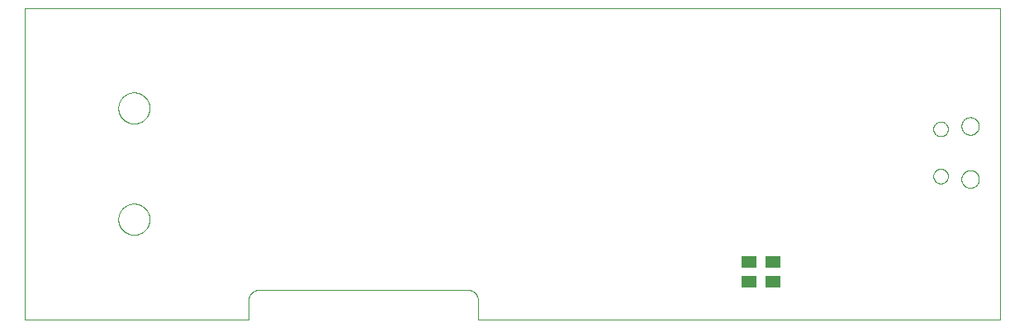
<source format=gbp>
G75*
%MOIN*%
%OFA0B0*%
%FSLAX25Y25*%
%IPPOS*%
%LPD*%
%AMOC8*
5,1,8,0,0,1.08239X$1,22.5*
%
%ADD10C,0.00000*%
%ADD11R,0.06299X0.05118*%
D10*
X0001000Y0002063D02*
X0001000Y0128047D01*
X0394701Y0128047D01*
X0394701Y0002063D01*
X0184071Y0002063D01*
X0184071Y0009937D01*
X0184069Y0010061D01*
X0184063Y0010184D01*
X0184054Y0010308D01*
X0184040Y0010430D01*
X0184023Y0010553D01*
X0184001Y0010675D01*
X0183976Y0010796D01*
X0183947Y0010916D01*
X0183915Y0011035D01*
X0183878Y0011154D01*
X0183838Y0011271D01*
X0183795Y0011386D01*
X0183747Y0011501D01*
X0183696Y0011613D01*
X0183642Y0011724D01*
X0183584Y0011834D01*
X0183523Y0011941D01*
X0183458Y0012047D01*
X0183390Y0012150D01*
X0183319Y0012251D01*
X0183245Y0012350D01*
X0183168Y0012447D01*
X0183087Y0012541D01*
X0183004Y0012632D01*
X0182918Y0012721D01*
X0182829Y0012807D01*
X0182738Y0012890D01*
X0182644Y0012971D01*
X0182547Y0013048D01*
X0182448Y0013122D01*
X0182347Y0013193D01*
X0182244Y0013261D01*
X0182138Y0013326D01*
X0182031Y0013387D01*
X0181921Y0013445D01*
X0181810Y0013499D01*
X0181698Y0013550D01*
X0181583Y0013598D01*
X0181468Y0013641D01*
X0181351Y0013681D01*
X0181232Y0013718D01*
X0181113Y0013750D01*
X0180993Y0013779D01*
X0180872Y0013804D01*
X0180750Y0013826D01*
X0180627Y0013843D01*
X0180505Y0013857D01*
X0180381Y0013866D01*
X0180258Y0013872D01*
X0180134Y0013874D01*
X0095488Y0013874D01*
X0095364Y0013872D01*
X0095241Y0013866D01*
X0095117Y0013857D01*
X0094995Y0013843D01*
X0094872Y0013826D01*
X0094750Y0013804D01*
X0094629Y0013779D01*
X0094509Y0013750D01*
X0094390Y0013718D01*
X0094271Y0013681D01*
X0094154Y0013641D01*
X0094039Y0013598D01*
X0093924Y0013550D01*
X0093812Y0013499D01*
X0093701Y0013445D01*
X0093591Y0013387D01*
X0093484Y0013326D01*
X0093378Y0013261D01*
X0093275Y0013193D01*
X0093174Y0013122D01*
X0093075Y0013048D01*
X0092978Y0012971D01*
X0092884Y0012890D01*
X0092793Y0012807D01*
X0092704Y0012721D01*
X0092618Y0012632D01*
X0092535Y0012541D01*
X0092454Y0012447D01*
X0092377Y0012350D01*
X0092303Y0012251D01*
X0092232Y0012150D01*
X0092164Y0012047D01*
X0092099Y0011941D01*
X0092038Y0011834D01*
X0091980Y0011724D01*
X0091926Y0011613D01*
X0091875Y0011501D01*
X0091827Y0011386D01*
X0091784Y0011271D01*
X0091744Y0011154D01*
X0091707Y0011035D01*
X0091675Y0010916D01*
X0091646Y0010796D01*
X0091621Y0010675D01*
X0091599Y0010553D01*
X0091582Y0010430D01*
X0091568Y0010308D01*
X0091559Y0010184D01*
X0091553Y0010061D01*
X0091551Y0009937D01*
X0091551Y0002063D01*
X0001000Y0002063D01*
X0038934Y0042512D02*
X0038936Y0042670D01*
X0038942Y0042828D01*
X0038952Y0042986D01*
X0038966Y0043144D01*
X0038984Y0043301D01*
X0039005Y0043458D01*
X0039031Y0043614D01*
X0039061Y0043770D01*
X0039094Y0043925D01*
X0039132Y0044078D01*
X0039173Y0044231D01*
X0039218Y0044383D01*
X0039267Y0044534D01*
X0039320Y0044683D01*
X0039376Y0044831D01*
X0039436Y0044977D01*
X0039500Y0045122D01*
X0039568Y0045265D01*
X0039639Y0045407D01*
X0039713Y0045547D01*
X0039791Y0045684D01*
X0039873Y0045820D01*
X0039957Y0045954D01*
X0040046Y0046085D01*
X0040137Y0046214D01*
X0040232Y0046341D01*
X0040329Y0046466D01*
X0040430Y0046588D01*
X0040534Y0046707D01*
X0040641Y0046824D01*
X0040751Y0046938D01*
X0040864Y0047049D01*
X0040979Y0047158D01*
X0041097Y0047263D01*
X0041218Y0047365D01*
X0041341Y0047465D01*
X0041467Y0047561D01*
X0041595Y0047654D01*
X0041725Y0047744D01*
X0041858Y0047830D01*
X0041993Y0047914D01*
X0042129Y0047993D01*
X0042268Y0048070D01*
X0042409Y0048142D01*
X0042551Y0048212D01*
X0042695Y0048277D01*
X0042841Y0048339D01*
X0042988Y0048397D01*
X0043137Y0048452D01*
X0043287Y0048503D01*
X0043438Y0048550D01*
X0043590Y0048593D01*
X0043743Y0048632D01*
X0043898Y0048668D01*
X0044053Y0048699D01*
X0044209Y0048727D01*
X0044365Y0048751D01*
X0044522Y0048771D01*
X0044680Y0048787D01*
X0044837Y0048799D01*
X0044996Y0048807D01*
X0045154Y0048811D01*
X0045312Y0048811D01*
X0045470Y0048807D01*
X0045629Y0048799D01*
X0045786Y0048787D01*
X0045944Y0048771D01*
X0046101Y0048751D01*
X0046257Y0048727D01*
X0046413Y0048699D01*
X0046568Y0048668D01*
X0046723Y0048632D01*
X0046876Y0048593D01*
X0047028Y0048550D01*
X0047179Y0048503D01*
X0047329Y0048452D01*
X0047478Y0048397D01*
X0047625Y0048339D01*
X0047771Y0048277D01*
X0047915Y0048212D01*
X0048057Y0048142D01*
X0048198Y0048070D01*
X0048337Y0047993D01*
X0048473Y0047914D01*
X0048608Y0047830D01*
X0048741Y0047744D01*
X0048871Y0047654D01*
X0048999Y0047561D01*
X0049125Y0047465D01*
X0049248Y0047365D01*
X0049369Y0047263D01*
X0049487Y0047158D01*
X0049602Y0047049D01*
X0049715Y0046938D01*
X0049825Y0046824D01*
X0049932Y0046707D01*
X0050036Y0046588D01*
X0050137Y0046466D01*
X0050234Y0046341D01*
X0050329Y0046214D01*
X0050420Y0046085D01*
X0050509Y0045954D01*
X0050593Y0045820D01*
X0050675Y0045684D01*
X0050753Y0045547D01*
X0050827Y0045407D01*
X0050898Y0045265D01*
X0050966Y0045122D01*
X0051030Y0044977D01*
X0051090Y0044831D01*
X0051146Y0044683D01*
X0051199Y0044534D01*
X0051248Y0044383D01*
X0051293Y0044231D01*
X0051334Y0044078D01*
X0051372Y0043925D01*
X0051405Y0043770D01*
X0051435Y0043614D01*
X0051461Y0043458D01*
X0051482Y0043301D01*
X0051500Y0043144D01*
X0051514Y0042986D01*
X0051524Y0042828D01*
X0051530Y0042670D01*
X0051532Y0042512D01*
X0051530Y0042354D01*
X0051524Y0042196D01*
X0051514Y0042038D01*
X0051500Y0041880D01*
X0051482Y0041723D01*
X0051461Y0041566D01*
X0051435Y0041410D01*
X0051405Y0041254D01*
X0051372Y0041099D01*
X0051334Y0040946D01*
X0051293Y0040793D01*
X0051248Y0040641D01*
X0051199Y0040490D01*
X0051146Y0040341D01*
X0051090Y0040193D01*
X0051030Y0040047D01*
X0050966Y0039902D01*
X0050898Y0039759D01*
X0050827Y0039617D01*
X0050753Y0039477D01*
X0050675Y0039340D01*
X0050593Y0039204D01*
X0050509Y0039070D01*
X0050420Y0038939D01*
X0050329Y0038810D01*
X0050234Y0038683D01*
X0050137Y0038558D01*
X0050036Y0038436D01*
X0049932Y0038317D01*
X0049825Y0038200D01*
X0049715Y0038086D01*
X0049602Y0037975D01*
X0049487Y0037866D01*
X0049369Y0037761D01*
X0049248Y0037659D01*
X0049125Y0037559D01*
X0048999Y0037463D01*
X0048871Y0037370D01*
X0048741Y0037280D01*
X0048608Y0037194D01*
X0048473Y0037110D01*
X0048337Y0037031D01*
X0048198Y0036954D01*
X0048057Y0036882D01*
X0047915Y0036812D01*
X0047771Y0036747D01*
X0047625Y0036685D01*
X0047478Y0036627D01*
X0047329Y0036572D01*
X0047179Y0036521D01*
X0047028Y0036474D01*
X0046876Y0036431D01*
X0046723Y0036392D01*
X0046568Y0036356D01*
X0046413Y0036325D01*
X0046257Y0036297D01*
X0046101Y0036273D01*
X0045944Y0036253D01*
X0045786Y0036237D01*
X0045629Y0036225D01*
X0045470Y0036217D01*
X0045312Y0036213D01*
X0045154Y0036213D01*
X0044996Y0036217D01*
X0044837Y0036225D01*
X0044680Y0036237D01*
X0044522Y0036253D01*
X0044365Y0036273D01*
X0044209Y0036297D01*
X0044053Y0036325D01*
X0043898Y0036356D01*
X0043743Y0036392D01*
X0043590Y0036431D01*
X0043438Y0036474D01*
X0043287Y0036521D01*
X0043137Y0036572D01*
X0042988Y0036627D01*
X0042841Y0036685D01*
X0042695Y0036747D01*
X0042551Y0036812D01*
X0042409Y0036882D01*
X0042268Y0036954D01*
X0042129Y0037031D01*
X0041993Y0037110D01*
X0041858Y0037194D01*
X0041725Y0037280D01*
X0041595Y0037370D01*
X0041467Y0037463D01*
X0041341Y0037559D01*
X0041218Y0037659D01*
X0041097Y0037761D01*
X0040979Y0037866D01*
X0040864Y0037975D01*
X0040751Y0038086D01*
X0040641Y0038200D01*
X0040534Y0038317D01*
X0040430Y0038436D01*
X0040329Y0038558D01*
X0040232Y0038683D01*
X0040137Y0038810D01*
X0040046Y0038939D01*
X0039957Y0039070D01*
X0039873Y0039204D01*
X0039791Y0039340D01*
X0039713Y0039477D01*
X0039639Y0039617D01*
X0039568Y0039759D01*
X0039500Y0039902D01*
X0039436Y0040047D01*
X0039376Y0040193D01*
X0039320Y0040341D01*
X0039267Y0040490D01*
X0039218Y0040641D01*
X0039173Y0040793D01*
X0039132Y0040946D01*
X0039094Y0041099D01*
X0039061Y0041254D01*
X0039031Y0041410D01*
X0039005Y0041566D01*
X0038984Y0041723D01*
X0038966Y0041880D01*
X0038952Y0042038D01*
X0038942Y0042196D01*
X0038936Y0042354D01*
X0038934Y0042512D01*
X0038934Y0087512D02*
X0038936Y0087670D01*
X0038942Y0087828D01*
X0038952Y0087986D01*
X0038966Y0088144D01*
X0038984Y0088301D01*
X0039005Y0088458D01*
X0039031Y0088614D01*
X0039061Y0088770D01*
X0039094Y0088925D01*
X0039132Y0089078D01*
X0039173Y0089231D01*
X0039218Y0089383D01*
X0039267Y0089534D01*
X0039320Y0089683D01*
X0039376Y0089831D01*
X0039436Y0089977D01*
X0039500Y0090122D01*
X0039568Y0090265D01*
X0039639Y0090407D01*
X0039713Y0090547D01*
X0039791Y0090684D01*
X0039873Y0090820D01*
X0039957Y0090954D01*
X0040046Y0091085D01*
X0040137Y0091214D01*
X0040232Y0091341D01*
X0040329Y0091466D01*
X0040430Y0091588D01*
X0040534Y0091707D01*
X0040641Y0091824D01*
X0040751Y0091938D01*
X0040864Y0092049D01*
X0040979Y0092158D01*
X0041097Y0092263D01*
X0041218Y0092365D01*
X0041341Y0092465D01*
X0041467Y0092561D01*
X0041595Y0092654D01*
X0041725Y0092744D01*
X0041858Y0092830D01*
X0041993Y0092914D01*
X0042129Y0092993D01*
X0042268Y0093070D01*
X0042409Y0093142D01*
X0042551Y0093212D01*
X0042695Y0093277D01*
X0042841Y0093339D01*
X0042988Y0093397D01*
X0043137Y0093452D01*
X0043287Y0093503D01*
X0043438Y0093550D01*
X0043590Y0093593D01*
X0043743Y0093632D01*
X0043898Y0093668D01*
X0044053Y0093699D01*
X0044209Y0093727D01*
X0044365Y0093751D01*
X0044522Y0093771D01*
X0044680Y0093787D01*
X0044837Y0093799D01*
X0044996Y0093807D01*
X0045154Y0093811D01*
X0045312Y0093811D01*
X0045470Y0093807D01*
X0045629Y0093799D01*
X0045786Y0093787D01*
X0045944Y0093771D01*
X0046101Y0093751D01*
X0046257Y0093727D01*
X0046413Y0093699D01*
X0046568Y0093668D01*
X0046723Y0093632D01*
X0046876Y0093593D01*
X0047028Y0093550D01*
X0047179Y0093503D01*
X0047329Y0093452D01*
X0047478Y0093397D01*
X0047625Y0093339D01*
X0047771Y0093277D01*
X0047915Y0093212D01*
X0048057Y0093142D01*
X0048198Y0093070D01*
X0048337Y0092993D01*
X0048473Y0092914D01*
X0048608Y0092830D01*
X0048741Y0092744D01*
X0048871Y0092654D01*
X0048999Y0092561D01*
X0049125Y0092465D01*
X0049248Y0092365D01*
X0049369Y0092263D01*
X0049487Y0092158D01*
X0049602Y0092049D01*
X0049715Y0091938D01*
X0049825Y0091824D01*
X0049932Y0091707D01*
X0050036Y0091588D01*
X0050137Y0091466D01*
X0050234Y0091341D01*
X0050329Y0091214D01*
X0050420Y0091085D01*
X0050509Y0090954D01*
X0050593Y0090820D01*
X0050675Y0090684D01*
X0050753Y0090547D01*
X0050827Y0090407D01*
X0050898Y0090265D01*
X0050966Y0090122D01*
X0051030Y0089977D01*
X0051090Y0089831D01*
X0051146Y0089683D01*
X0051199Y0089534D01*
X0051248Y0089383D01*
X0051293Y0089231D01*
X0051334Y0089078D01*
X0051372Y0088925D01*
X0051405Y0088770D01*
X0051435Y0088614D01*
X0051461Y0088458D01*
X0051482Y0088301D01*
X0051500Y0088144D01*
X0051514Y0087986D01*
X0051524Y0087828D01*
X0051530Y0087670D01*
X0051532Y0087512D01*
X0051530Y0087354D01*
X0051524Y0087196D01*
X0051514Y0087038D01*
X0051500Y0086880D01*
X0051482Y0086723D01*
X0051461Y0086566D01*
X0051435Y0086410D01*
X0051405Y0086254D01*
X0051372Y0086099D01*
X0051334Y0085946D01*
X0051293Y0085793D01*
X0051248Y0085641D01*
X0051199Y0085490D01*
X0051146Y0085341D01*
X0051090Y0085193D01*
X0051030Y0085047D01*
X0050966Y0084902D01*
X0050898Y0084759D01*
X0050827Y0084617D01*
X0050753Y0084477D01*
X0050675Y0084340D01*
X0050593Y0084204D01*
X0050509Y0084070D01*
X0050420Y0083939D01*
X0050329Y0083810D01*
X0050234Y0083683D01*
X0050137Y0083558D01*
X0050036Y0083436D01*
X0049932Y0083317D01*
X0049825Y0083200D01*
X0049715Y0083086D01*
X0049602Y0082975D01*
X0049487Y0082866D01*
X0049369Y0082761D01*
X0049248Y0082659D01*
X0049125Y0082559D01*
X0048999Y0082463D01*
X0048871Y0082370D01*
X0048741Y0082280D01*
X0048608Y0082194D01*
X0048473Y0082110D01*
X0048337Y0082031D01*
X0048198Y0081954D01*
X0048057Y0081882D01*
X0047915Y0081812D01*
X0047771Y0081747D01*
X0047625Y0081685D01*
X0047478Y0081627D01*
X0047329Y0081572D01*
X0047179Y0081521D01*
X0047028Y0081474D01*
X0046876Y0081431D01*
X0046723Y0081392D01*
X0046568Y0081356D01*
X0046413Y0081325D01*
X0046257Y0081297D01*
X0046101Y0081273D01*
X0045944Y0081253D01*
X0045786Y0081237D01*
X0045629Y0081225D01*
X0045470Y0081217D01*
X0045312Y0081213D01*
X0045154Y0081213D01*
X0044996Y0081217D01*
X0044837Y0081225D01*
X0044680Y0081237D01*
X0044522Y0081253D01*
X0044365Y0081273D01*
X0044209Y0081297D01*
X0044053Y0081325D01*
X0043898Y0081356D01*
X0043743Y0081392D01*
X0043590Y0081431D01*
X0043438Y0081474D01*
X0043287Y0081521D01*
X0043137Y0081572D01*
X0042988Y0081627D01*
X0042841Y0081685D01*
X0042695Y0081747D01*
X0042551Y0081812D01*
X0042409Y0081882D01*
X0042268Y0081954D01*
X0042129Y0082031D01*
X0041993Y0082110D01*
X0041858Y0082194D01*
X0041725Y0082280D01*
X0041595Y0082370D01*
X0041467Y0082463D01*
X0041341Y0082559D01*
X0041218Y0082659D01*
X0041097Y0082761D01*
X0040979Y0082866D01*
X0040864Y0082975D01*
X0040751Y0083086D01*
X0040641Y0083200D01*
X0040534Y0083317D01*
X0040430Y0083436D01*
X0040329Y0083558D01*
X0040232Y0083683D01*
X0040137Y0083810D01*
X0040046Y0083939D01*
X0039957Y0084070D01*
X0039873Y0084204D01*
X0039791Y0084340D01*
X0039713Y0084477D01*
X0039639Y0084617D01*
X0039568Y0084759D01*
X0039500Y0084902D01*
X0039436Y0085047D01*
X0039376Y0085193D01*
X0039320Y0085341D01*
X0039267Y0085490D01*
X0039218Y0085641D01*
X0039173Y0085793D01*
X0039132Y0085946D01*
X0039094Y0086099D01*
X0039061Y0086254D01*
X0039031Y0086410D01*
X0039005Y0086566D01*
X0038984Y0086723D01*
X0038966Y0086880D01*
X0038952Y0087038D01*
X0038942Y0087196D01*
X0038936Y0087354D01*
X0038934Y0087512D01*
X0367890Y0079051D02*
X0367892Y0079159D01*
X0367898Y0079268D01*
X0367908Y0079376D01*
X0367922Y0079483D01*
X0367940Y0079590D01*
X0367961Y0079697D01*
X0367987Y0079802D01*
X0368017Y0079907D01*
X0368050Y0080010D01*
X0368087Y0080112D01*
X0368128Y0080212D01*
X0368172Y0080311D01*
X0368221Y0080409D01*
X0368272Y0080504D01*
X0368327Y0080597D01*
X0368386Y0080689D01*
X0368448Y0080778D01*
X0368513Y0080865D01*
X0368581Y0080949D01*
X0368652Y0081031D01*
X0368726Y0081110D01*
X0368803Y0081186D01*
X0368883Y0081260D01*
X0368966Y0081330D01*
X0369051Y0081398D01*
X0369138Y0081462D01*
X0369228Y0081523D01*
X0369320Y0081581D01*
X0369414Y0081635D01*
X0369510Y0081686D01*
X0369607Y0081733D01*
X0369707Y0081777D01*
X0369808Y0081817D01*
X0369910Y0081853D01*
X0370013Y0081885D01*
X0370118Y0081914D01*
X0370224Y0081938D01*
X0370330Y0081959D01*
X0370437Y0081976D01*
X0370545Y0081989D01*
X0370653Y0081998D01*
X0370762Y0082003D01*
X0370870Y0082004D01*
X0370979Y0082001D01*
X0371087Y0081994D01*
X0371195Y0081983D01*
X0371302Y0081968D01*
X0371409Y0081949D01*
X0371515Y0081926D01*
X0371620Y0081900D01*
X0371725Y0081869D01*
X0371827Y0081835D01*
X0371929Y0081797D01*
X0372029Y0081755D01*
X0372128Y0081710D01*
X0372225Y0081661D01*
X0372319Y0081608D01*
X0372412Y0081552D01*
X0372503Y0081493D01*
X0372592Y0081430D01*
X0372678Y0081365D01*
X0372762Y0081296D01*
X0372843Y0081224D01*
X0372921Y0081149D01*
X0372997Y0081071D01*
X0373070Y0080990D01*
X0373140Y0080907D01*
X0373206Y0080822D01*
X0373270Y0080734D01*
X0373330Y0080643D01*
X0373387Y0080551D01*
X0373440Y0080456D01*
X0373490Y0080360D01*
X0373536Y0080262D01*
X0373579Y0080162D01*
X0373618Y0080061D01*
X0373653Y0079958D01*
X0373685Y0079855D01*
X0373712Y0079750D01*
X0373736Y0079644D01*
X0373756Y0079537D01*
X0373772Y0079430D01*
X0373784Y0079322D01*
X0373792Y0079214D01*
X0373796Y0079105D01*
X0373796Y0078997D01*
X0373792Y0078888D01*
X0373784Y0078780D01*
X0373772Y0078672D01*
X0373756Y0078565D01*
X0373736Y0078458D01*
X0373712Y0078352D01*
X0373685Y0078247D01*
X0373653Y0078144D01*
X0373618Y0078041D01*
X0373579Y0077940D01*
X0373536Y0077840D01*
X0373490Y0077742D01*
X0373440Y0077646D01*
X0373387Y0077551D01*
X0373330Y0077459D01*
X0373270Y0077368D01*
X0373206Y0077280D01*
X0373140Y0077195D01*
X0373070Y0077112D01*
X0372997Y0077031D01*
X0372921Y0076953D01*
X0372843Y0076878D01*
X0372762Y0076806D01*
X0372678Y0076737D01*
X0372592Y0076672D01*
X0372503Y0076609D01*
X0372412Y0076550D01*
X0372320Y0076494D01*
X0372225Y0076441D01*
X0372128Y0076392D01*
X0372029Y0076347D01*
X0371929Y0076305D01*
X0371827Y0076267D01*
X0371725Y0076233D01*
X0371620Y0076202D01*
X0371515Y0076176D01*
X0371409Y0076153D01*
X0371302Y0076134D01*
X0371195Y0076119D01*
X0371087Y0076108D01*
X0370979Y0076101D01*
X0370870Y0076098D01*
X0370762Y0076099D01*
X0370653Y0076104D01*
X0370545Y0076113D01*
X0370437Y0076126D01*
X0370330Y0076143D01*
X0370224Y0076164D01*
X0370118Y0076188D01*
X0370013Y0076217D01*
X0369910Y0076249D01*
X0369808Y0076285D01*
X0369707Y0076325D01*
X0369607Y0076369D01*
X0369510Y0076416D01*
X0369414Y0076467D01*
X0369320Y0076521D01*
X0369228Y0076579D01*
X0369138Y0076640D01*
X0369051Y0076704D01*
X0368966Y0076772D01*
X0368883Y0076842D01*
X0368803Y0076916D01*
X0368726Y0076992D01*
X0368652Y0077071D01*
X0368581Y0077153D01*
X0368513Y0077237D01*
X0368448Y0077324D01*
X0368386Y0077413D01*
X0368327Y0077505D01*
X0368272Y0077598D01*
X0368221Y0077693D01*
X0368172Y0077791D01*
X0368128Y0077890D01*
X0368087Y0077990D01*
X0368050Y0078092D01*
X0368017Y0078195D01*
X0367987Y0078300D01*
X0367961Y0078405D01*
X0367940Y0078512D01*
X0367922Y0078619D01*
X0367908Y0078726D01*
X0367898Y0078834D01*
X0367892Y0078943D01*
X0367890Y0079051D01*
X0379229Y0080232D02*
X0379231Y0080350D01*
X0379237Y0080469D01*
X0379247Y0080587D01*
X0379261Y0080704D01*
X0379278Y0080821D01*
X0379300Y0080938D01*
X0379326Y0081053D01*
X0379355Y0081168D01*
X0379388Y0081282D01*
X0379425Y0081394D01*
X0379466Y0081505D01*
X0379510Y0081615D01*
X0379558Y0081723D01*
X0379610Y0081830D01*
X0379665Y0081935D01*
X0379724Y0082038D01*
X0379786Y0082138D01*
X0379851Y0082237D01*
X0379920Y0082334D01*
X0379991Y0082428D01*
X0380066Y0082519D01*
X0380144Y0082609D01*
X0380225Y0082695D01*
X0380309Y0082779D01*
X0380395Y0082860D01*
X0380485Y0082938D01*
X0380576Y0083013D01*
X0380670Y0083084D01*
X0380767Y0083153D01*
X0380866Y0083218D01*
X0380966Y0083280D01*
X0381069Y0083339D01*
X0381174Y0083394D01*
X0381281Y0083446D01*
X0381389Y0083494D01*
X0381499Y0083538D01*
X0381610Y0083579D01*
X0381722Y0083616D01*
X0381836Y0083649D01*
X0381951Y0083678D01*
X0382066Y0083704D01*
X0382183Y0083726D01*
X0382300Y0083743D01*
X0382417Y0083757D01*
X0382535Y0083767D01*
X0382654Y0083773D01*
X0382772Y0083775D01*
X0382890Y0083773D01*
X0383009Y0083767D01*
X0383127Y0083757D01*
X0383244Y0083743D01*
X0383361Y0083726D01*
X0383478Y0083704D01*
X0383593Y0083678D01*
X0383708Y0083649D01*
X0383822Y0083616D01*
X0383934Y0083579D01*
X0384045Y0083538D01*
X0384155Y0083494D01*
X0384263Y0083446D01*
X0384370Y0083394D01*
X0384475Y0083339D01*
X0384578Y0083280D01*
X0384678Y0083218D01*
X0384777Y0083153D01*
X0384874Y0083084D01*
X0384968Y0083013D01*
X0385059Y0082938D01*
X0385149Y0082860D01*
X0385235Y0082779D01*
X0385319Y0082695D01*
X0385400Y0082609D01*
X0385478Y0082519D01*
X0385553Y0082428D01*
X0385624Y0082334D01*
X0385693Y0082237D01*
X0385758Y0082138D01*
X0385820Y0082038D01*
X0385879Y0081935D01*
X0385934Y0081830D01*
X0385986Y0081723D01*
X0386034Y0081615D01*
X0386078Y0081505D01*
X0386119Y0081394D01*
X0386156Y0081282D01*
X0386189Y0081168D01*
X0386218Y0081053D01*
X0386244Y0080938D01*
X0386266Y0080821D01*
X0386283Y0080704D01*
X0386297Y0080587D01*
X0386307Y0080469D01*
X0386313Y0080350D01*
X0386315Y0080232D01*
X0386313Y0080114D01*
X0386307Y0079995D01*
X0386297Y0079877D01*
X0386283Y0079760D01*
X0386266Y0079643D01*
X0386244Y0079526D01*
X0386218Y0079411D01*
X0386189Y0079296D01*
X0386156Y0079182D01*
X0386119Y0079070D01*
X0386078Y0078959D01*
X0386034Y0078849D01*
X0385986Y0078741D01*
X0385934Y0078634D01*
X0385879Y0078529D01*
X0385820Y0078426D01*
X0385758Y0078326D01*
X0385693Y0078227D01*
X0385624Y0078130D01*
X0385553Y0078036D01*
X0385478Y0077945D01*
X0385400Y0077855D01*
X0385319Y0077769D01*
X0385235Y0077685D01*
X0385149Y0077604D01*
X0385059Y0077526D01*
X0384968Y0077451D01*
X0384874Y0077380D01*
X0384777Y0077311D01*
X0384678Y0077246D01*
X0384578Y0077184D01*
X0384475Y0077125D01*
X0384370Y0077070D01*
X0384263Y0077018D01*
X0384155Y0076970D01*
X0384045Y0076926D01*
X0383934Y0076885D01*
X0383822Y0076848D01*
X0383708Y0076815D01*
X0383593Y0076786D01*
X0383478Y0076760D01*
X0383361Y0076738D01*
X0383244Y0076721D01*
X0383127Y0076707D01*
X0383009Y0076697D01*
X0382890Y0076691D01*
X0382772Y0076689D01*
X0382654Y0076691D01*
X0382535Y0076697D01*
X0382417Y0076707D01*
X0382300Y0076721D01*
X0382183Y0076738D01*
X0382066Y0076760D01*
X0381951Y0076786D01*
X0381836Y0076815D01*
X0381722Y0076848D01*
X0381610Y0076885D01*
X0381499Y0076926D01*
X0381389Y0076970D01*
X0381281Y0077018D01*
X0381174Y0077070D01*
X0381069Y0077125D01*
X0380966Y0077184D01*
X0380866Y0077246D01*
X0380767Y0077311D01*
X0380670Y0077380D01*
X0380576Y0077451D01*
X0380485Y0077526D01*
X0380395Y0077604D01*
X0380309Y0077685D01*
X0380225Y0077769D01*
X0380144Y0077855D01*
X0380066Y0077945D01*
X0379991Y0078036D01*
X0379920Y0078130D01*
X0379851Y0078227D01*
X0379786Y0078326D01*
X0379724Y0078426D01*
X0379665Y0078529D01*
X0379610Y0078634D01*
X0379558Y0078741D01*
X0379510Y0078849D01*
X0379466Y0078959D01*
X0379425Y0079070D01*
X0379388Y0079182D01*
X0379355Y0079296D01*
X0379326Y0079411D01*
X0379300Y0079526D01*
X0379278Y0079643D01*
X0379261Y0079760D01*
X0379247Y0079877D01*
X0379237Y0079995D01*
X0379231Y0080114D01*
X0379229Y0080232D01*
X0367890Y0059957D02*
X0367892Y0060065D01*
X0367898Y0060174D01*
X0367908Y0060282D01*
X0367922Y0060389D01*
X0367940Y0060496D01*
X0367961Y0060603D01*
X0367987Y0060708D01*
X0368017Y0060813D01*
X0368050Y0060916D01*
X0368087Y0061018D01*
X0368128Y0061118D01*
X0368172Y0061217D01*
X0368221Y0061315D01*
X0368272Y0061410D01*
X0368327Y0061503D01*
X0368386Y0061595D01*
X0368448Y0061684D01*
X0368513Y0061771D01*
X0368581Y0061855D01*
X0368652Y0061937D01*
X0368726Y0062016D01*
X0368803Y0062092D01*
X0368883Y0062166D01*
X0368966Y0062236D01*
X0369051Y0062304D01*
X0369138Y0062368D01*
X0369228Y0062429D01*
X0369320Y0062487D01*
X0369414Y0062541D01*
X0369510Y0062592D01*
X0369607Y0062639D01*
X0369707Y0062683D01*
X0369808Y0062723D01*
X0369910Y0062759D01*
X0370013Y0062791D01*
X0370118Y0062820D01*
X0370224Y0062844D01*
X0370330Y0062865D01*
X0370437Y0062882D01*
X0370545Y0062895D01*
X0370653Y0062904D01*
X0370762Y0062909D01*
X0370870Y0062910D01*
X0370979Y0062907D01*
X0371087Y0062900D01*
X0371195Y0062889D01*
X0371302Y0062874D01*
X0371409Y0062855D01*
X0371515Y0062832D01*
X0371620Y0062806D01*
X0371725Y0062775D01*
X0371827Y0062741D01*
X0371929Y0062703D01*
X0372029Y0062661D01*
X0372128Y0062616D01*
X0372225Y0062567D01*
X0372319Y0062514D01*
X0372412Y0062458D01*
X0372503Y0062399D01*
X0372592Y0062336D01*
X0372678Y0062271D01*
X0372762Y0062202D01*
X0372843Y0062130D01*
X0372921Y0062055D01*
X0372997Y0061977D01*
X0373070Y0061896D01*
X0373140Y0061813D01*
X0373206Y0061728D01*
X0373270Y0061640D01*
X0373330Y0061549D01*
X0373387Y0061457D01*
X0373440Y0061362D01*
X0373490Y0061266D01*
X0373536Y0061168D01*
X0373579Y0061068D01*
X0373618Y0060967D01*
X0373653Y0060864D01*
X0373685Y0060761D01*
X0373712Y0060656D01*
X0373736Y0060550D01*
X0373756Y0060443D01*
X0373772Y0060336D01*
X0373784Y0060228D01*
X0373792Y0060120D01*
X0373796Y0060011D01*
X0373796Y0059903D01*
X0373792Y0059794D01*
X0373784Y0059686D01*
X0373772Y0059578D01*
X0373756Y0059471D01*
X0373736Y0059364D01*
X0373712Y0059258D01*
X0373685Y0059153D01*
X0373653Y0059050D01*
X0373618Y0058947D01*
X0373579Y0058846D01*
X0373536Y0058746D01*
X0373490Y0058648D01*
X0373440Y0058552D01*
X0373387Y0058457D01*
X0373330Y0058365D01*
X0373270Y0058274D01*
X0373206Y0058186D01*
X0373140Y0058101D01*
X0373070Y0058018D01*
X0372997Y0057937D01*
X0372921Y0057859D01*
X0372843Y0057784D01*
X0372762Y0057712D01*
X0372678Y0057643D01*
X0372592Y0057578D01*
X0372503Y0057515D01*
X0372412Y0057456D01*
X0372320Y0057400D01*
X0372225Y0057347D01*
X0372128Y0057298D01*
X0372029Y0057253D01*
X0371929Y0057211D01*
X0371827Y0057173D01*
X0371725Y0057139D01*
X0371620Y0057108D01*
X0371515Y0057082D01*
X0371409Y0057059D01*
X0371302Y0057040D01*
X0371195Y0057025D01*
X0371087Y0057014D01*
X0370979Y0057007D01*
X0370870Y0057004D01*
X0370762Y0057005D01*
X0370653Y0057010D01*
X0370545Y0057019D01*
X0370437Y0057032D01*
X0370330Y0057049D01*
X0370224Y0057070D01*
X0370118Y0057094D01*
X0370013Y0057123D01*
X0369910Y0057155D01*
X0369808Y0057191D01*
X0369707Y0057231D01*
X0369607Y0057275D01*
X0369510Y0057322D01*
X0369414Y0057373D01*
X0369320Y0057427D01*
X0369228Y0057485D01*
X0369138Y0057546D01*
X0369051Y0057610D01*
X0368966Y0057678D01*
X0368883Y0057748D01*
X0368803Y0057822D01*
X0368726Y0057898D01*
X0368652Y0057977D01*
X0368581Y0058059D01*
X0368513Y0058143D01*
X0368448Y0058230D01*
X0368386Y0058319D01*
X0368327Y0058411D01*
X0368272Y0058504D01*
X0368221Y0058599D01*
X0368172Y0058697D01*
X0368128Y0058796D01*
X0368087Y0058896D01*
X0368050Y0058998D01*
X0368017Y0059101D01*
X0367987Y0059206D01*
X0367961Y0059311D01*
X0367940Y0059418D01*
X0367922Y0059525D01*
X0367908Y0059632D01*
X0367898Y0059740D01*
X0367892Y0059849D01*
X0367890Y0059957D01*
X0379229Y0058776D02*
X0379231Y0058894D01*
X0379237Y0059013D01*
X0379247Y0059131D01*
X0379261Y0059248D01*
X0379278Y0059365D01*
X0379300Y0059482D01*
X0379326Y0059597D01*
X0379355Y0059712D01*
X0379388Y0059826D01*
X0379425Y0059938D01*
X0379466Y0060049D01*
X0379510Y0060159D01*
X0379558Y0060267D01*
X0379610Y0060374D01*
X0379665Y0060479D01*
X0379724Y0060582D01*
X0379786Y0060682D01*
X0379851Y0060781D01*
X0379920Y0060878D01*
X0379991Y0060972D01*
X0380066Y0061063D01*
X0380144Y0061153D01*
X0380225Y0061239D01*
X0380309Y0061323D01*
X0380395Y0061404D01*
X0380485Y0061482D01*
X0380576Y0061557D01*
X0380670Y0061628D01*
X0380767Y0061697D01*
X0380866Y0061762D01*
X0380966Y0061824D01*
X0381069Y0061883D01*
X0381174Y0061938D01*
X0381281Y0061990D01*
X0381389Y0062038D01*
X0381499Y0062082D01*
X0381610Y0062123D01*
X0381722Y0062160D01*
X0381836Y0062193D01*
X0381951Y0062222D01*
X0382066Y0062248D01*
X0382183Y0062270D01*
X0382300Y0062287D01*
X0382417Y0062301D01*
X0382535Y0062311D01*
X0382654Y0062317D01*
X0382772Y0062319D01*
X0382890Y0062317D01*
X0383009Y0062311D01*
X0383127Y0062301D01*
X0383244Y0062287D01*
X0383361Y0062270D01*
X0383478Y0062248D01*
X0383593Y0062222D01*
X0383708Y0062193D01*
X0383822Y0062160D01*
X0383934Y0062123D01*
X0384045Y0062082D01*
X0384155Y0062038D01*
X0384263Y0061990D01*
X0384370Y0061938D01*
X0384475Y0061883D01*
X0384578Y0061824D01*
X0384678Y0061762D01*
X0384777Y0061697D01*
X0384874Y0061628D01*
X0384968Y0061557D01*
X0385059Y0061482D01*
X0385149Y0061404D01*
X0385235Y0061323D01*
X0385319Y0061239D01*
X0385400Y0061153D01*
X0385478Y0061063D01*
X0385553Y0060972D01*
X0385624Y0060878D01*
X0385693Y0060781D01*
X0385758Y0060682D01*
X0385820Y0060582D01*
X0385879Y0060479D01*
X0385934Y0060374D01*
X0385986Y0060267D01*
X0386034Y0060159D01*
X0386078Y0060049D01*
X0386119Y0059938D01*
X0386156Y0059826D01*
X0386189Y0059712D01*
X0386218Y0059597D01*
X0386244Y0059482D01*
X0386266Y0059365D01*
X0386283Y0059248D01*
X0386297Y0059131D01*
X0386307Y0059013D01*
X0386313Y0058894D01*
X0386315Y0058776D01*
X0386313Y0058658D01*
X0386307Y0058539D01*
X0386297Y0058421D01*
X0386283Y0058304D01*
X0386266Y0058187D01*
X0386244Y0058070D01*
X0386218Y0057955D01*
X0386189Y0057840D01*
X0386156Y0057726D01*
X0386119Y0057614D01*
X0386078Y0057503D01*
X0386034Y0057393D01*
X0385986Y0057285D01*
X0385934Y0057178D01*
X0385879Y0057073D01*
X0385820Y0056970D01*
X0385758Y0056870D01*
X0385693Y0056771D01*
X0385624Y0056674D01*
X0385553Y0056580D01*
X0385478Y0056489D01*
X0385400Y0056399D01*
X0385319Y0056313D01*
X0385235Y0056229D01*
X0385149Y0056148D01*
X0385059Y0056070D01*
X0384968Y0055995D01*
X0384874Y0055924D01*
X0384777Y0055855D01*
X0384678Y0055790D01*
X0384578Y0055728D01*
X0384475Y0055669D01*
X0384370Y0055614D01*
X0384263Y0055562D01*
X0384155Y0055514D01*
X0384045Y0055470D01*
X0383934Y0055429D01*
X0383822Y0055392D01*
X0383708Y0055359D01*
X0383593Y0055330D01*
X0383478Y0055304D01*
X0383361Y0055282D01*
X0383244Y0055265D01*
X0383127Y0055251D01*
X0383009Y0055241D01*
X0382890Y0055235D01*
X0382772Y0055233D01*
X0382654Y0055235D01*
X0382535Y0055241D01*
X0382417Y0055251D01*
X0382300Y0055265D01*
X0382183Y0055282D01*
X0382066Y0055304D01*
X0381951Y0055330D01*
X0381836Y0055359D01*
X0381722Y0055392D01*
X0381610Y0055429D01*
X0381499Y0055470D01*
X0381389Y0055514D01*
X0381281Y0055562D01*
X0381174Y0055614D01*
X0381069Y0055669D01*
X0380966Y0055728D01*
X0380866Y0055790D01*
X0380767Y0055855D01*
X0380670Y0055924D01*
X0380576Y0055995D01*
X0380485Y0056070D01*
X0380395Y0056148D01*
X0380309Y0056229D01*
X0380225Y0056313D01*
X0380144Y0056399D01*
X0380066Y0056489D01*
X0379991Y0056580D01*
X0379920Y0056674D01*
X0379851Y0056771D01*
X0379786Y0056870D01*
X0379724Y0056970D01*
X0379665Y0057073D01*
X0379610Y0057178D01*
X0379558Y0057285D01*
X0379510Y0057393D01*
X0379466Y0057503D01*
X0379425Y0057614D01*
X0379388Y0057726D01*
X0379355Y0057840D01*
X0379326Y0057955D01*
X0379300Y0058070D01*
X0379278Y0058187D01*
X0379261Y0058304D01*
X0379247Y0058421D01*
X0379237Y0058539D01*
X0379231Y0058658D01*
X0379229Y0058776D01*
D11*
X0303165Y0025094D03*
X0293323Y0025094D03*
X0293323Y0017220D03*
X0303165Y0017220D03*
M02*

</source>
